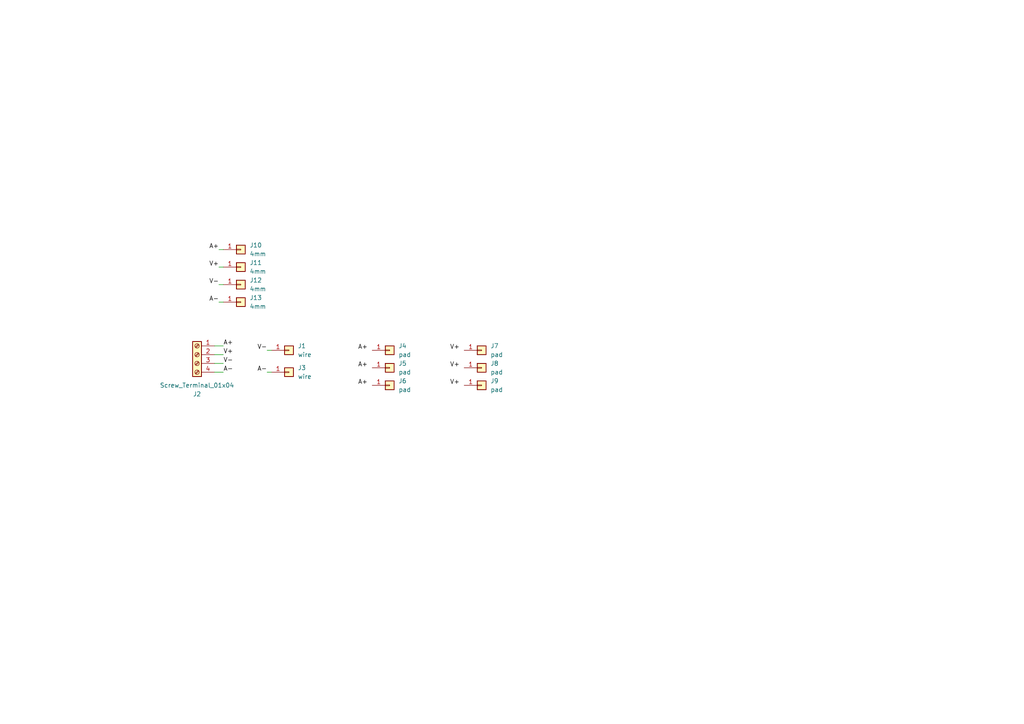
<source format=kicad_sch>
(kicad_sch (version 20230121) (generator eeschema)
  (paper "A4")
  (lib_symbols
    (symbol "Connector:Screw_Terminal_01x04" (pin_names (offset 1.016) hide)
      (property "Reference" "J" (at 0 5.08 0))
      (property "Value" "Screw_Terminal_01x04" (at 0 -7.62 0))
      (symbol "Screw_Terminal_01x04_1_1"
        (rectangle (start -1.27 3.81) (end 1.27 -6.35) (stroke (width 0.254)) (fill (type background)))
        (circle (center 0 -5.08) (radius 0.635) (stroke (width 0.1524)))
        (circle (center 0 -2.54) (radius 0.635) (stroke (width 0.1524)))
        (polyline (pts (xy -0.5334 -4.7498) (xy 0.3302 -5.588)) (stroke (width 0.1524)))
        (polyline (pts (xy -0.5334 -2.2098) (xy 0.3302 -3.048)) (stroke (width 0.1524)))
        (polyline (pts (xy -0.5334 0.3302) (xy 0.3302 -0.508)) (stroke (width 0.1524)))
        (polyline (pts (xy -0.5334 2.8702) (xy 0.3302 2.032)) (stroke (width 0.1524)))
        (polyline (pts (xy -0.3556 -4.572) (xy 0.508 -5.4102)) (stroke (width 0.1524)))
        (polyline (pts (xy -0.3556 -2.032) (xy 0.508 -2.8702)) (stroke (width 0.1524)))
        (polyline (pts (xy -0.3556 0.508) (xy 0.508 -0.3302)) (stroke (width 0.1524)))
        (polyline (pts (xy -0.3556 3.048) (xy 0.508 2.2098)) (stroke (width 0.1524)))
        (circle (center 0 0) (radius 0.635) (stroke (width 0.1524)))
        (circle (center 0 2.54) (radius 0.635) (stroke (width 0.1524)))
        (pin passive line (at -5.08 2.54 0) (length 3.81) (name "Pin_1") (number "1"))
        (pin passive line (at -5.08 0 0) (length 3.81) (name "Pin_2") (number "2"))
        (pin passive line (at -5.08 -2.54 0) (length 3.81) (name "Pin_3") (number "3"))
        (pin passive line (at -5.08 -5.08 0) (length 3.81) (name "Pin_4") (number "4"))
      )
    )
    (symbol "Connector_Generic:Conn_01x01" (pin_names (offset 1.016) hide)
      (property "Reference" "J" (at 0 2.54 0))
      (property "Value" "Conn_01x01" (at 0 -2.54 0))
      (symbol "Conn_01x01_1_1"
        (rectangle (start -1.27 0.127) (end 0 -0.127) (stroke (width 0.1524)))
        (rectangle (start -1.27 1.27) (end 1.27 -1.27) (stroke (width 0.254)) (fill (type background)))
        (pin passive line (at -5.08 0 0) (length 3.81) (name "Pin_1") (number "1"))
      )
    )
  )
  (wire (pts (xy 63.5 82.55) (xy 64.77 82.55)))
  (wire (pts (xy 77.47 101.6) (xy 78.74 101.6)))
  (wire (pts (xy 62.23 107.95) (xy 64.77 107.95)))
  (wire (pts (xy 63.5 77.47) (xy 64.77 77.47)))
  (wire (pts (xy 77.47 107.95) (xy 78.74 107.95)))
  (wire (pts (xy 63.5 87.63) (xy 64.77 87.63)))
  (wire (pts (xy 62.23 102.87) (xy 64.77 102.87)))
  (wire (pts (xy 62.23 100.33) (xy 64.77 100.33)))
  (wire (pts (xy 62.23 105.41) (xy 64.77 105.41)))
  (wire (pts (xy 63.5 72.39) (xy 64.77 72.39)))
  (label "A+" (at 64.77 100.33 0))
  (label "V+" (at 133.35 111.76 180))
  (label "V+" (at 64.77 102.87 0))
  (label "A-" (at 64.77 107.95 0))
  (label "A-" (at 63.5 87.63 180))
  (label "V+" (at 63.5 77.47 180))
  (label "V-" (at 63.5 82.55 180))
  (label "V+" (at 133.35 101.6 180))
  (label "A+" (at 106.68 111.76 180))
  (label "V+" (at 133.35 106.68 180))
  (label "A+" (at 106.68 106.68 180))
  (label "A+" (at 106.68 101.6 180))
  (label "V-" (at 77.47 101.6 180))
  (label "A-" (at 77.47 107.95 180))
  (label "V-" (at 64.77 105.41 0))
  (label "A+" (at 63.5 72.39 180))
  (symbol (lib_id "Connector_Generic:Conn_01x01") (at 69.85 77.47 0) (unit 1)
    (property "Reference" "J11" (at 72.39 76.2 0) (effects (justify left)))
    (property "Value" "4mm" (at 72.39 78.74 0) (effects (justify left)))
    (property "Footprint" "Connector_Wire:SolderWire-2sqmm_1x01_D2mm_OD3.9mm" (effects hide))
  )
  (symbol (lib_id "Connector_Generic:Conn_01x01") (at 83.82 101.6 0) (unit 1)
    (property "Reference" "J1" (at 86.36 100.33 0) (effects (justify left)))
    (property "Value" "wire" (at 86.36 102.87 0) (effects (justify left)))
    (property "Footprint" "Connector_Wire:SolderWire-2.5sqmm_1x01_D2.4mm_OD3.6mm" (effects hide))
  )
  (symbol (lib_id "Connector_Generic:Conn_01x01") (at 113.03 111.76 0) (unit 1)
    (property "Reference" "J6" (at 115.57 110.49 0) (effects (justify left)))
    (property "Value" "pad" (at 115.57 113.03 0) (effects (justify left)))
    (property "Footprint" "Connector_Wire:SolderWirePad_1x01_SMD_5x10mm" (effects hide))
  )
  (symbol (lib_id "Connector_Generic:Conn_01x01") (at 113.03 101.6 0) (unit 1)
    (property "Reference" "J4" (at 115.57 100.33 0) (effects (justify left)))
    (property "Value" "pad" (at 115.57 102.87 0) (effects (justify left)))
    (property "Footprint" "Connector_Wire:SolderWirePad_1x01_SMD_5x10mm" (effects hide))
  )
  (symbol (lib_id "Connector_Generic:Conn_01x01") (at 139.7 106.68 0) (unit 1)
    (property "Reference" "J8" (at 142.24 105.41 0) (effects (justify left)))
    (property "Value" "pad" (at 142.24 107.95 0) (effects (justify left)))
    (property "Footprint" "Connector_Wire:SolderWirePad_1x01_SMD_5x10mm" (effects hide))
  )
  (symbol (lib_id "Connector_Generic:Conn_01x01") (at 113.03 106.68 0) (unit 1)
    (property "Reference" "J5" (at 115.57 105.41 0) (effects (justify left)))
    (property "Value" "pad" (at 115.57 107.95 0) (effects (justify left)))
    (property "Footprint" "Connector_Wire:SolderWirePad_1x01_SMD_5x10mm" (effects hide))
  )
  (symbol (lib_id "Connector_Generic:Conn_01x01") (at 139.7 111.76 0) (unit 1)
    (property "Reference" "J9" (at 142.24 110.49 0) (effects (justify left)))
    (property "Value" "pad" (at 142.24 113.03 0) (effects (justify left)))
    (property "Footprint" "Connector_Wire:SolderWirePad_1x01_SMD_5x10mm" (effects hide))
  )
  (symbol (lib_id "Connector_Generic:Conn_01x01") (at 69.85 87.63 0) (unit 1)
    (property "Reference" "J13" (at 72.39 86.36 0) (effects (justify left)))
    (property "Value" "4mm" (at 72.39 88.9 0) (effects (justify left)))
    (property "Footprint" "Connector_Wire:SolderWire-2sqmm_1x01_D2mm_OD3.9mm" (effects hide))
  )
  (symbol (lib_id "Connector:Screw_Terminal_01x04") (at 57.15 102.87 0) (mirror y) (unit 1)
    (property "Reference" "J2" (at 57.15 114.3 0))
    (property "Value" "Screw_Terminal_01x04" (at 57.15 111.76 0))
    (property "Footprint" "TerminalBlock_Phoenix:TerminalBlock_Phoenix_MKDS-1,5-4_1x04_P5.00mm_Horizontal" (effects hide))
  )
  (symbol (lib_id "Connector_Generic:Conn_01x01") (at 69.85 72.39 0) (unit 1)
    (property "Reference" "J10" (at 72.39 71.12 0) (effects (justify left)))
    (property "Value" "4mm" (at 72.39 73.66 0) (effects (justify left)))
    (property "Footprint" "Connector_Wire:SolderWire-2sqmm_1x01_D2mm_OD3.9mm" (effects hide))
  )
  (symbol (lib_id "Connector_Generic:Conn_01x01") (at 139.7 101.6 0) (unit 1)
    (property "Reference" "J7" (at 142.24 100.33 0) (effects (justify left)))
    (property "Value" "pad" (at 142.24 102.87 0) (effects (justify left)))
    (property "Footprint" "Connector_Wire:SolderWirePad_1x01_SMD_5x10mm" (effects hide))
  )
  (symbol (lib_id "Connector_Generic:Conn_01x01") (at 69.85 82.55 0) (unit 1)
    (property "Reference" "J12" (at 72.39 81.28 0) (effects (justify left)))
    (property "Value" "4mm" (at 72.39 83.82 0) (effects (justify left)))
    (property "Footprint" "Connector_Wire:SolderWire-2sqmm_1x01_D2mm_OD3.9mm" (effects hide))
  )
  (symbol (lib_id "Connector_Generic:Conn_01x01") (at 83.82 107.95 0) (unit 1)
    (property "Reference" "J3" (at 86.36 106.68 0) (effects (justify left)))
    (property "Value" "wire" (at 86.36 109.22 0) (effects (justify left)))
    (property "Footprint" "Connector_Wire:SolderWire-2.5sqmm_1x01_D2.4mm_OD3.6mm" (effects hide))
  )
)
</source>
